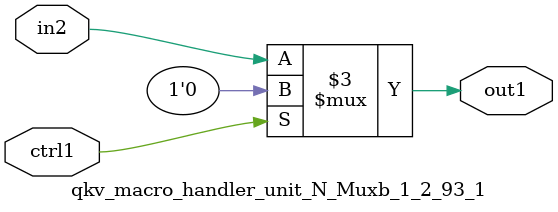
<source format=v>

`timescale 1ps / 1ps


module qkv_macro_handler_unit_N_Muxb_1_2_93_1( in2, ctrl1, out1 );

    input in2;
    input ctrl1;
    output out1;
    reg out1;

    
    // rtl_process:qkv_macro_handler_unit_N_Muxb_1_2_93_1/qkv_macro_handler_unit_N_Muxb_1_2_93_1_thread_1
    always @*
      begin : qkv_macro_handler_unit_N_Muxb_1_2_93_1_thread_1
        case (ctrl1) 
          1'b1: 
            begin
              out1 = 1'b0;
            end
          default: 
            begin
              out1 = in2;
            end
        endcase
      end

endmodule


</source>
